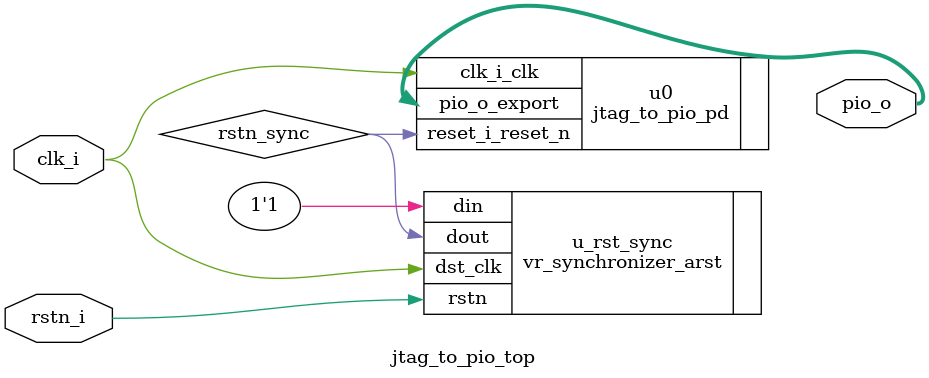
<source format=sv>
module jtag_to_pio_top #(
parameter PIO_WIDTH = 8
)
(
(*chip_pin = "r8" *) input clk_i,
(*chip_pin = "e1" *) input rstn_i,

(*chip_pin = "L3, B1, F3, D1, A11, B13, A13, A15" *) output[PIO_WIDTH-1:0] pio_o 

);


  //rst_sync
  logic rstn_sync;
  vr_synchronizer_arst #(
    .WIDTH   (1),
    .DEPTH   (2),
    .INIT_VAL(1'b0)
  ) 
  u_rst_sync (
    .dst_clk(clk_i     ),
    .rstn   (rstn_i    ),
    .din    ('1        ),
    .dout   (rstn_sync )
  );

  
	jtag_to_pio_pd u0 (
		.clk_i_clk       (clk_i     ), //   clk_i.clk
		.pio_o_export    (pio_o     ), //   pio_o.export
		.reset_i_reset_n (rstn_sync )  // reset_i.reset_n
	);



endmodule
</source>
